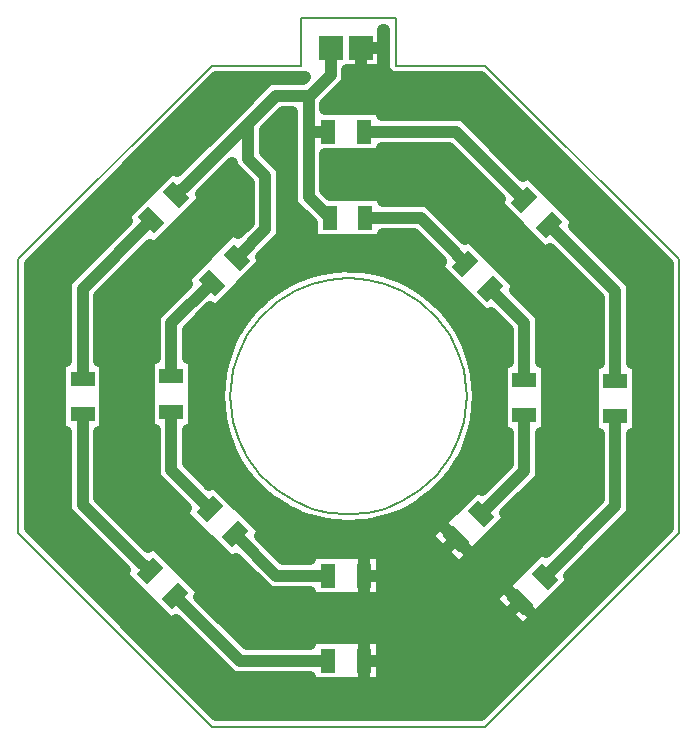
<source format=gbr>
G04 PROTEUS RS274X GERBER FILE*
%FSLAX45Y45*%
%MOMM*%
G01*
%ADD10C,1.016000*%
%ADD11R,2.032000X2.032000*%
%AMPPAD002*
4,1,4,
-1.167430,0.269410,
-0.269410,1.167430,
1.167430,-0.269410,
0.269410,-1.167430,
-1.167430,0.269410,
0*%
%ADD12PPAD002*%
%ADD13R,2.032000X1.270000*%
%AMPPAD004*
4,1,4,
-0.269410,-1.167430,
-1.167430,-0.269410,
0.269410,1.167430,
1.167430,0.269410,
-0.269410,-1.167430,
0*%
%ADD14PPAD004*%
%ADD15R,1.270000X2.032000*%
%ADD16C,0.203200*%
G36*
X+300941Y+2800000D02*
X+300941Y+2758968D01*
X+358969Y+2700940D01*
X+1118768Y+2700940D01*
X+2700940Y+1118768D01*
X+2700940Y-1118768D01*
X+1118768Y-2700940D01*
X-1118768Y-2700940D01*
X-2700940Y-1118768D01*
X-2700940Y+1118768D01*
X-1118768Y+2700940D01*
X-364575Y+2700940D01*
X-383028Y+2682487D01*
X-673550Y+2682487D01*
X-988937Y+2367102D01*
X-1439505Y+1916534D01*
X-1448212Y+1908001D01*
X-1484809Y+1944598D01*
X-1912466Y+1516941D01*
X-1876544Y+1481020D01*
X-2389699Y+967865D01*
X-2389699Y+302399D01*
X-2440499Y+302399D01*
X-2440499Y-302399D01*
X-2389699Y-302399D01*
X-2389699Y-974595D01*
X-1896196Y-1468098D01*
X-1891950Y-1472161D01*
X-1924598Y-1504809D01*
X-1496941Y-1932466D01*
X-1461020Y-1896544D01*
X-977865Y-2379699D01*
X-322399Y-2379699D01*
X-322399Y-2430499D01*
X+282399Y-2430499D01*
X+282399Y-2049501D01*
X-322399Y-2049501D01*
X-322399Y-2100301D01*
X-862135Y-2100301D01*
X-1263456Y-1698980D01*
X-1227534Y-1663059D01*
X-1655191Y-1235402D01*
X-1694135Y-1274346D01*
X-1702061Y-1267105D01*
X-2110301Y-858865D01*
X-2110301Y-302399D01*
X-2059501Y-302399D01*
X-2059501Y+302399D01*
X-2110301Y+302399D01*
X-2110301Y+852135D01*
X-1678980Y+1283456D01*
X-1643059Y+1247534D01*
X-1215402Y+1675191D01*
X-1250600Y+1710389D01*
X-1242613Y+1718298D01*
X-988937Y+1971974D01*
X-988937Y+1949281D01*
X-846692Y+1807036D01*
X-846692Y+1470872D01*
X-938888Y+1378676D01*
X-974809Y+1414598D01*
X-1402466Y+986941D01*
X-1366544Y+951020D01*
X-1639699Y+677865D01*
X-1639699Y+322399D01*
X-1690499Y+322399D01*
X-1690499Y-282399D01*
X-1639699Y-282399D01*
X-1639699Y-680049D01*
X-1382131Y-937617D01*
X-1375156Y-945367D01*
X-1414598Y-984809D01*
X-986941Y-1412466D01*
X-951020Y-1376544D01*
X-667865Y-1659699D01*
X-322399Y-1659699D01*
X-322399Y-1710499D01*
X+282399Y-1710499D01*
X+282399Y-1329501D01*
X-322399Y-1329501D01*
X-322399Y-1380301D01*
X-552135Y-1380301D01*
X-753456Y-1178980D01*
X-717534Y-1143059D01*
X-1145191Y-715402D01*
X-1177291Y-747502D01*
X-1180575Y-744045D01*
X-1360301Y-564319D01*
X-1360301Y-282399D01*
X-1309501Y-282399D01*
X-1309501Y+322399D01*
X-1360301Y+322399D01*
X-1360301Y+562135D01*
X-1168980Y+753456D01*
X-1133059Y+717534D01*
X-705402Y+1145191D01*
X-741324Y+1181112D01*
X-567294Y+1355142D01*
X-567294Y+1922766D01*
X-709539Y+2065011D01*
X-709539Y+2251373D01*
X-557823Y+2403089D01*
X-475138Y+2403089D01*
X-475138Y+1627574D01*
X-312399Y+1464835D01*
X-312399Y+1319501D01*
X+292399Y+1319501D01*
X+292399Y+1370301D01*
X+552135Y+1370301D01*
X+779388Y+1143048D01*
X+785853Y+1135642D01*
X+745402Y+1095191D01*
X+1173059Y+667534D01*
X+1208980Y+703456D01*
X+1350301Y+562135D01*
X+1350301Y+292399D01*
X+1299501Y+292399D01*
X+1299501Y-312399D01*
X+1350301Y-312399D01*
X+1350301Y-572135D01*
X+1131112Y-791324D01*
X+1095191Y-755402D01*
X+667534Y-1183059D01*
X+936941Y-1452466D01*
X+1364598Y-1024809D01*
X+1328676Y-988888D01*
X+1629699Y-687865D01*
X+1629699Y-312399D01*
X+1680499Y-312399D01*
X+1680499Y+292399D01*
X+1629699Y+292399D01*
X+1629699Y+677865D01*
X+1406544Y+901020D01*
X+1442466Y+936941D01*
X+1014809Y+1364598D01*
X+983829Y+1333618D01*
X+982116Y+1335448D01*
X+667865Y+1649699D01*
X+292399Y+1649699D01*
X+292399Y+1700499D01*
X-152935Y+1700499D01*
X-195740Y+1743304D01*
X-195740Y+2049501D01*
X+282399Y+2049501D01*
X+282399Y+2100301D01*
X+852135Y+2100301D01*
X+1281324Y+1671112D01*
X+1245402Y+1635191D01*
X+1673059Y+1207534D01*
X+1708980Y+1243456D01*
X+2120301Y+832135D01*
X+2120301Y+282399D01*
X+2069501Y+282399D01*
X+2069501Y-322399D01*
X+2120301Y-322399D01*
X+2120301Y-872135D01*
X+1671112Y-1321324D01*
X+1635191Y-1285402D01*
X+1207534Y-1713059D01*
X+1476941Y-1982466D01*
X+1904598Y-1554809D01*
X+1868676Y-1518888D01*
X+2399699Y-987865D01*
X+2399699Y-322399D01*
X+2450499Y-322399D01*
X+2450499Y+282399D01*
X+2399699Y+282399D01*
X+2399699Y+947865D01*
X+1906544Y+1441020D01*
X+1942466Y+1476941D01*
X+1514809Y+1904598D01*
X+1478888Y+1868676D01*
X+967865Y+2379699D01*
X+282399Y+2379699D01*
X+282399Y+2430499D01*
X-195740Y+2430499D01*
X-195740Y+2474647D01*
X-10301Y+2660086D01*
X-10301Y+2759501D01*
X+294499Y+2759501D01*
X+294499Y+3100941D01*
X+300941Y+3100941D01*
X+300941Y+2800000D01*
G37*
%LPC*%
G36*
X+4998Y+1098932D02*
X+4998Y+1098933D01*
X+110810Y+1093587D01*
X+118957Y+1092341D01*
X+221032Y+1076735D01*
X+225922Y+1075469D01*
X+329564Y+1048620D01*
X+334325Y+1046851D01*
X+435268Y+1009338D01*
X+439846Y+1007077D01*
X+537004Y+959089D01*
X+541358Y+956345D01*
X+633679Y+898152D01*
X+637754Y+894945D01*
X+724225Y+826880D01*
X+727965Y+823238D01*
X+807577Y+745695D01*
X+882747Y+654987D01*
X+948787Y+555036D01*
X+951281Y+550170D01*
X+1004760Y+445805D01*
X+1006749Y+440515D01*
X+1049762Y+326090D01*
X+1082869Y+189556D01*
X+1083521Y+182100D01*
X+1099437Y+0D01*
X+1082869Y-189556D01*
X+1081108Y-196819D01*
X+1049762Y-326090D01*
X+1004760Y-445805D01*
X+1002183Y-450835D01*
X+948787Y-555036D01*
X+945770Y-559603D01*
X+882747Y-654987D01*
X+807577Y-745695D01*
X+724225Y-826880D01*
X+720116Y-830115D01*
X+633679Y-898152D01*
X+603502Y-917174D01*
X+537004Y-959089D01*
X+435268Y-1009338D01*
X+329564Y-1048620D01*
X+221032Y-1076735D01*
X+216051Y-1077497D01*
X+110810Y-1093587D01*
X+0Y-1099185D01*
X-4998Y-1098933D01*
X-110810Y-1093587D01*
X-118957Y-1092341D01*
X-221032Y-1076735D01*
X-225922Y-1075469D01*
X-329564Y-1048620D01*
X-334325Y-1046851D01*
X-435268Y-1009338D01*
X-439846Y-1007077D01*
X-537004Y-959089D01*
X-541358Y-956345D01*
X-633679Y-898152D01*
X-637754Y-894945D01*
X-724225Y-826880D01*
X-727965Y-823238D01*
X-807577Y-745695D01*
X-882747Y-654987D01*
X-948787Y-555036D01*
X-951281Y-550170D01*
X-1004760Y-445805D01*
X-1006749Y-440515D01*
X-1049762Y-326090D01*
X-1082869Y-189556D01*
X-1083521Y-182100D01*
X-1099437Y+0D01*
X-1082869Y+189556D01*
X-1081108Y+196819D01*
X-1049762Y+326090D01*
X-1004760Y+445805D01*
X-1002183Y+450835D01*
X-948787Y+555036D01*
X-945770Y+559603D01*
X-882747Y+654987D01*
X-807577Y+745695D01*
X-724225Y+826880D01*
X-720116Y+830115D01*
X-633679Y+898152D01*
X-603502Y+917174D01*
X-537004Y+959089D01*
X-435268Y+1009338D01*
X-329564Y+1048620D01*
X-221032Y+1076735D01*
X-216051Y+1077497D01*
X-110810Y+1093587D01*
X+0Y+1099185D01*
X+4998Y+1098932D01*
G37*
%LPD*%
D10*
X-849238Y+2309237D02*
X-849238Y+2309238D01*
X-849238Y+2309237D02*
X-1341125Y+1817350D01*
X-1457868Y+1702132D01*
X-1670000Y+1490000D02*
X-2250000Y+910000D01*
X-2250000Y+150000D01*
X-2250000Y-150000D02*
X-2250000Y-916730D01*
X-1798875Y-1367855D01*
X-1682132Y-1477868D01*
X-1470000Y-1690000D02*
X-920000Y-2240000D01*
X-170000Y-2240000D01*
X-947868Y+1172132D02*
X-706993Y+1413007D01*
X-706993Y+1864901D01*
X-849238Y+2007146D01*
X-849238Y+2309237D01*
X-1160000Y+960000D02*
X-1500000Y+620000D01*
X-1500000Y+170000D01*
X-1500000Y-130000D02*
X-1500000Y-622184D01*
X-1281059Y-841125D01*
X-1172132Y-957868D01*
X-960000Y-1170000D02*
X-610000Y-1520000D01*
X-170000Y-1520000D01*
X+140000Y+1510000D02*
X+610000Y+1510000D01*
X+881125Y+1238875D01*
X+987868Y+1122132D01*
X+130000Y+2240000D02*
X+910000Y+2240000D01*
X+1487868Y+1662132D01*
X-150000Y+2950000D02*
X-150000Y+2717951D01*
X-325163Y+2542788D01*
X-335439Y+2542788D01*
X-615687Y+2542788D01*
X-849238Y+2309238D01*
X-170000Y+2240000D02*
X-330546Y+2240000D01*
X-335439Y+2235107D01*
X-160000Y+1510000D02*
X-335439Y+1685439D01*
X-335439Y+2235107D01*
X-335439Y+2542788D01*
X+1122132Y-997868D02*
X+1490000Y-630000D01*
X+1490000Y-160000D01*
X+1490000Y+140000D02*
X+1490000Y+620000D01*
X+1200000Y+910000D01*
X+1700000Y+1450000D02*
X+2260000Y+890000D01*
X+2260000Y+130000D01*
X+2260000Y-170000D02*
X+2260000Y-930000D01*
X+1662132Y-1527868D01*
X+300941Y+2800000D02*
X+300941Y+2758968D01*
X+358969Y+2700940D01*
X+1118768Y+2700940D01*
X+2700940Y+1118768D01*
X+2700940Y-1118768D01*
X+1118768Y-2700940D01*
X-1118768Y-2700940D01*
X-2700940Y-1118768D01*
X-2700940Y+1118768D01*
X-1118768Y+2700940D01*
X-364575Y+2700940D01*
X-383028Y+2682487D01*
X-673550Y+2682487D01*
X-988937Y+2367102D01*
X-1439505Y+1916534D01*
X-1448212Y+1908001D01*
X-1484809Y+1944598D01*
X-1912466Y+1516941D01*
X-1876544Y+1481020D01*
X-2389699Y+967865D01*
X-2389699Y+302399D01*
X-2440499Y+302399D01*
X-2440499Y-302399D01*
X-2389699Y-302399D01*
X-2389699Y-974595D01*
X-1896196Y-1468098D01*
X-1891950Y-1472161D01*
X-1924598Y-1504809D01*
X-1496941Y-1932466D01*
X-1461020Y-1896544D01*
X-977865Y-2379699D01*
X-322399Y-2379699D01*
X-322399Y-2430499D01*
X+282399Y-2430499D01*
X+282399Y-2049501D01*
X-322399Y-2049501D01*
X-322399Y-2100301D01*
X-862135Y-2100301D01*
X-1263456Y-1698980D01*
X-1227534Y-1663059D01*
X-1655191Y-1235402D01*
X-1694135Y-1274346D01*
X-1702061Y-1267105D01*
X-2110301Y-858865D01*
X-2110301Y-302399D01*
X-2059501Y-302399D01*
X-2059501Y+302399D01*
X-2110301Y+302399D01*
X-2110301Y+852135D01*
X-1678980Y+1283456D01*
X-1643059Y+1247534D01*
X-1215402Y+1675191D01*
X-1250600Y+1710389D01*
X-1242613Y+1718298D01*
X-988937Y+1971974D01*
X-988937Y+1949281D01*
X-846692Y+1807036D01*
X-846692Y+1470872D01*
X-938888Y+1378676D01*
X-974809Y+1414598D01*
X-1402466Y+986941D01*
X-1366544Y+951020D01*
X-1639699Y+677865D01*
X-1639699Y+322399D01*
X-1690499Y+322399D01*
X-1690499Y-282399D01*
X-1639699Y-282399D01*
X-1639699Y-680049D01*
X-1382131Y-937617D01*
X-1375156Y-945367D01*
X-1414598Y-984809D01*
X-986941Y-1412466D01*
X-951020Y-1376544D01*
X-667865Y-1659699D01*
X-322399Y-1659699D01*
X-322399Y-1710499D01*
X+282399Y-1710499D01*
X+282399Y-1329501D01*
X-322399Y-1329501D01*
X-322399Y-1380301D01*
X-552135Y-1380301D01*
X-753456Y-1178980D01*
X-717534Y-1143059D01*
X-1145191Y-715402D01*
X-1177291Y-747502D01*
X-1180575Y-744045D01*
X-1360301Y-564319D01*
X-1360301Y-282399D01*
X-1309501Y-282399D01*
X-1309501Y+322399D01*
X-1360301Y+322399D01*
X-1360301Y+562135D01*
X-1168980Y+753456D01*
X-1133059Y+717534D01*
X-705402Y+1145191D01*
X-741324Y+1181112D01*
X-567294Y+1355142D01*
X-567294Y+1922766D01*
X-709539Y+2065011D01*
X-709539Y+2251373D01*
X-557823Y+2403089D01*
X-475138Y+2403089D01*
X-475138Y+1627574D01*
X-312399Y+1464835D01*
X-312399Y+1319501D01*
X+292399Y+1319501D01*
X+292399Y+1370301D01*
X+552135Y+1370301D01*
X+779388Y+1143048D01*
X+785853Y+1135642D01*
X+745402Y+1095191D01*
X+1173059Y+667534D01*
X+1208980Y+703456D01*
X+1350301Y+562135D01*
X+1350301Y+292399D01*
X+1299501Y+292399D01*
X+1299501Y-312399D01*
X+1350301Y-312399D01*
X+1350301Y-572135D01*
X+1131112Y-791324D01*
X+1095191Y-755402D01*
X+667534Y-1183059D01*
X+936941Y-1452466D01*
X+1364598Y-1024809D01*
X+1328676Y-988888D01*
X+1629699Y-687865D01*
X+1629699Y-312399D01*
X+1680499Y-312399D01*
X+1680499Y+292399D01*
X+1629699Y+292399D01*
X+1629699Y+677865D01*
X+1406544Y+901020D01*
X+1442466Y+936941D01*
X+1014809Y+1364598D01*
X+983829Y+1333618D01*
X+982116Y+1335448D01*
X+667865Y+1649699D01*
X+292399Y+1649699D01*
X+292399Y+1700499D01*
X-152935Y+1700499D01*
X-195740Y+1743304D01*
X-195740Y+2049501D01*
X+282399Y+2049501D01*
X+282399Y+2100301D01*
X+852135Y+2100301D01*
X+1281324Y+1671112D01*
X+1245402Y+1635191D01*
X+1673059Y+1207534D01*
X+1708980Y+1243456D01*
X+2120301Y+832135D01*
X+2120301Y+282399D01*
X+2069501Y+282399D01*
X+2069501Y-322399D01*
X+2120301Y-322399D01*
X+2120301Y-872135D01*
X+1671112Y-1321324D01*
X+1635191Y-1285402D01*
X+1207534Y-1713059D01*
X+1476941Y-1982466D01*
X+1904598Y-1554809D01*
X+1868676Y-1518888D01*
X+2399699Y-987865D01*
X+2399699Y-322399D01*
X+2450499Y-322399D01*
X+2450499Y+282399D01*
X+2399699Y+282399D01*
X+2399699Y+947865D01*
X+1906544Y+1441020D01*
X+1942466Y+1476941D01*
X+1514809Y+1904598D01*
X+1478888Y+1868676D01*
X+967865Y+2379699D01*
X+282399Y+2379699D01*
X+282399Y+2430499D01*
X-195740Y+2430499D01*
X-195740Y+2474647D01*
X-10301Y+2660086D01*
X-10301Y+2759501D01*
X+294499Y+2759501D01*
X+294499Y+3100941D01*
X+300941Y+3100941D01*
X+300941Y+2800000D01*
X+4998Y+1098932D02*
X+4998Y+1098933D01*
X+110810Y+1093587D01*
X+118957Y+1092341D01*
X+221032Y+1076735D01*
X+225922Y+1075469D01*
X+329564Y+1048620D01*
X+334325Y+1046851D01*
X+435268Y+1009338D01*
X+439846Y+1007077D01*
X+537004Y+959089D01*
X+541358Y+956345D01*
X+633679Y+898152D01*
X+637754Y+894945D01*
X+724225Y+826880D01*
X+727965Y+823238D01*
X+807577Y+745695D01*
X+882747Y+654987D01*
X+948787Y+555036D01*
X+951281Y+550170D01*
X+1004760Y+445805D01*
X+1006749Y+440515D01*
X+1049762Y+326090D01*
X+1082869Y+189556D01*
X+1083521Y+182100D01*
X+1099437Y+0D01*
X+1082869Y-189556D01*
X+1081108Y-196819D01*
X+1049762Y-326090D01*
X+1004760Y-445805D01*
X+1002183Y-450835D01*
X+948787Y-555036D01*
X+945770Y-559603D01*
X+882747Y-654987D01*
X+807577Y-745695D01*
X+724225Y-826880D01*
X+720116Y-830115D01*
X+633679Y-898152D01*
X+603502Y-917174D01*
X+537004Y-959089D01*
X+435268Y-1009338D01*
X+329564Y-1048620D01*
X+221032Y-1076735D01*
X+216051Y-1077497D01*
X+110810Y-1093587D01*
X+0Y-1099185D01*
X-4998Y-1098933D01*
X-110810Y-1093587D01*
X-118957Y-1092341D01*
X-221032Y-1076735D01*
X-225922Y-1075469D01*
X-329564Y-1048620D01*
X-334325Y-1046851D01*
X-435268Y-1009338D01*
X-439846Y-1007077D01*
X-537004Y-959089D01*
X-541358Y-956345D01*
X-633679Y-898152D01*
X-637754Y-894945D01*
X-724225Y-826880D01*
X-727965Y-823238D01*
X-807577Y-745695D01*
X-882747Y-654987D01*
X-948787Y-555036D01*
X-951281Y-550170D01*
X-1004760Y-445805D01*
X-1006749Y-440515D01*
X-1049762Y-326090D01*
X-1082869Y-189556D01*
X-1083521Y-182100D01*
X-1099437Y+0D01*
X-1082869Y+189556D01*
X-1081108Y+196819D01*
X-1049762Y+326090D01*
X-1004760Y+445805D01*
X-1002183Y+450835D01*
X-948787Y+555036D01*
X-945770Y+559603D01*
X-882747Y+654987D01*
X-807577Y+745695D01*
X-724225Y+826880D01*
X-720116Y+830115D01*
X-633679Y+898152D01*
X-603502Y+917174D01*
X-537004Y+959089D01*
X-435268Y+1009338D01*
X-329564Y+1048620D01*
X-221032Y+1076735D01*
X-216051Y+1077497D01*
X-110810Y+1093587D01*
X+0Y+1099185D01*
X+4998Y+1098932D01*
X+294499Y+2950000D02*
X+104000Y+2950000D01*
X+104000Y+2759501D02*
X+104000Y+2950000D01*
X+282399Y-2240000D02*
X+130000Y-2240000D01*
X+130000Y-2049501D02*
X+130000Y-2240000D01*
X+130000Y-2430499D02*
X+130000Y-2240000D01*
X+282399Y-1520000D02*
X+130000Y-1520000D01*
X+130000Y-1329501D02*
X+130000Y-1520000D01*
X+130000Y-1710499D02*
X+130000Y-1520000D01*
X+802237Y-1317762D02*
X+910000Y-1210000D01*
X+1044703Y-1344703D02*
X+910000Y-1210000D01*
X+775296Y-1075296D02*
X+910000Y-1210000D01*
X+1342237Y-1847762D02*
X+1450000Y-1740000D01*
X+1584703Y-1874703D02*
X+1450000Y-1740000D01*
X+1315296Y-1605296D02*
X+1450000Y-1740000D01*
D11*
X-150000Y+2950000D03*
X+104000Y+2950000D03*
D12*
X-1457868Y+1702132D03*
X-1670000Y+1490000D03*
D13*
X-2250000Y+150000D03*
X-2250000Y-150000D03*
D14*
X-1682132Y-1477868D03*
X-1470000Y-1690000D03*
D15*
X-170000Y-2240000D03*
X+130000Y-2240000D03*
D12*
X-947868Y+1172132D03*
X-1160000Y+960000D03*
D13*
X-1500000Y+170000D03*
X-1500000Y-130000D03*
D14*
X-1172132Y-957868D03*
X-960000Y-1170000D03*
D15*
X-170000Y-1520000D03*
X+130000Y-1520000D03*
X-170000Y+2240000D03*
X+130000Y+2240000D03*
X-160000Y+1510000D03*
X+140000Y+1510000D03*
D14*
X+1487868Y+1662132D03*
X+1700000Y+1450000D03*
X+987868Y+1122132D03*
X+1200000Y+910000D03*
D13*
X+2260000Y+130000D03*
X+2260000Y-170000D03*
X+1490000Y+140000D03*
X+1490000Y-160000D03*
D12*
X+1122132Y-997868D03*
X+910000Y-1210000D03*
X+1662132Y-1527868D03*
X+1450000Y-1740000D03*
D16*
X+2800000Y+1159798D02*
X+1159798Y+2800000D01*
X+400000Y+2800000D01*
X+400000Y+3200000D01*
X-400000Y+3200000D01*
X-400000Y+2800000D01*
X-1159798Y+2800000D01*
X-2800000Y+1159798D01*
X-2800000Y-1159798D01*
X-1159798Y-2800000D01*
X+1159798Y-2800000D01*
X+2800000Y-1159798D01*
X+2800000Y+1159798D01*
X+1000000Y+0D02*
X+997283Y+73665D01*
X+975275Y+220996D01*
X+929696Y+368327D01*
X+856795Y+515658D01*
X+748629Y+662989D01*
X+603894Y+797065D01*
X+456563Y+889691D01*
X+309232Y+950987D01*
X+161901Y+986807D01*
X+14570Y+999894D01*
X+0Y+1000000D01*
X-1000000Y+0D02*
X-997283Y+73665D01*
X-975275Y+220996D01*
X-929696Y+368327D01*
X-856795Y+515658D01*
X-748629Y+662989D01*
X-603894Y+797065D01*
X-456563Y+889691D01*
X-309232Y+950987D01*
X-161901Y+986807D01*
X-14570Y+999894D01*
X+0Y+1000000D01*
X-1000000Y+0D02*
X-997283Y-73665D01*
X-975275Y-220996D01*
X-929696Y-368327D01*
X-856795Y-515658D01*
X-748629Y-662989D01*
X-603894Y-797065D01*
X-456563Y-889691D01*
X-309232Y-950987D01*
X-161901Y-986807D01*
X-14570Y-999894D01*
X+0Y-1000000D01*
X+1000000Y+0D02*
X+997283Y-73665D01*
X+975275Y-220996D01*
X+929696Y-368327D01*
X+856795Y-515658D01*
X+748629Y-662989D01*
X+603894Y-797065D01*
X+456563Y-889691D01*
X+309232Y-950987D01*
X+161901Y-986807D01*
X+14570Y-999894D01*
X+0Y-1000000D01*
M02*

</source>
